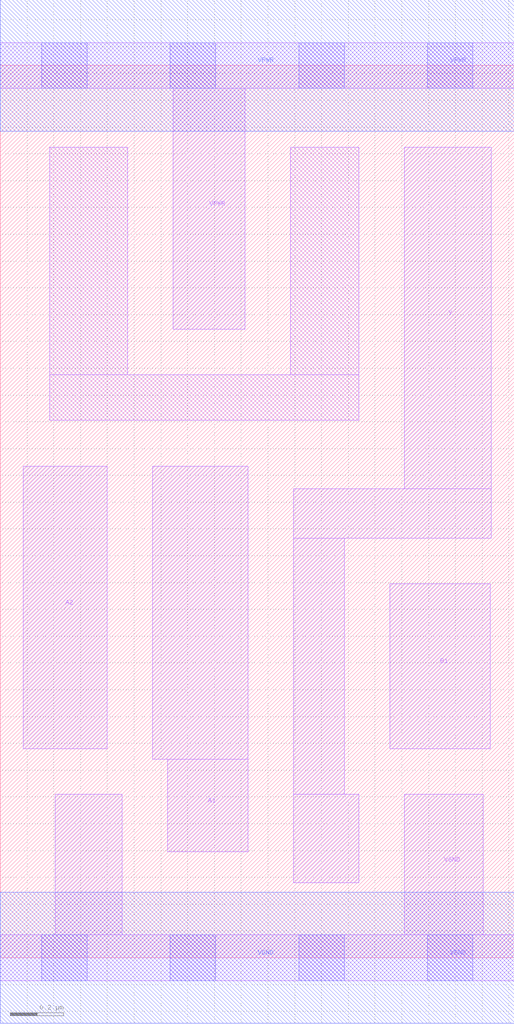
<source format=lef>
# Copyright 2020 The SkyWater PDK Authors
#
# Licensed under the Apache License, Version 2.0 (the "License");
# you may not use this file except in compliance with the License.
# You may obtain a copy of the License at
#
#     https://www.apache.org/licenses/LICENSE-2.0
#
# Unless required by applicable law or agreed to in writing, software
# distributed under the License is distributed on an "AS IS" BASIS,
# WITHOUT WARRANTIES OR CONDITIONS OF ANY KIND, either express or implied.
# See the License for the specific language governing permissions and
# limitations under the License.
#
# SPDX-License-Identifier: Apache-2.0

VERSION 5.7 ;
  NAMESCASESENSITIVE ON ;
  NOWIREEXTENSIONATPIN ON ;
  DIVIDERCHAR "/" ;
  BUSBITCHARS "[]" ;
UNITS
  DATABASE MICRONS 200 ;
END UNITS
MACRO sky130_fd_sc_lp__a21oi_0
  CLASS CORE ;
  SOURCE USER ;
  FOREIGN sky130_fd_sc_lp__a21oi_0 ;
  ORIGIN  0.000000  0.000000 ;
  SIZE  1.920000 BY  3.330000 ;
  SYMMETRY X Y R90 ;
  SITE unit ;
  PIN A1
    ANTENNAGATEAREA  0.159000 ;
    DIRECTION INPUT ;
    USE SIGNAL ;
    PORT
      LAYER li1 ;
        RECT 0.570000 0.740000 0.925000 1.835000 ;
        RECT 0.625000 0.395000 0.925000 0.740000 ;
    END
  END A1
  PIN A2
    ANTENNAGATEAREA  0.159000 ;
    DIRECTION INPUT ;
    USE SIGNAL ;
    PORT
      LAYER li1 ;
        RECT 0.085000 0.780000 0.400000 1.835000 ;
    END
  END A2
  PIN B1
    ANTENNAGATEAREA  0.159000 ;
    DIRECTION INPUT ;
    USE SIGNAL ;
    PORT
      LAYER li1 ;
        RECT 1.455000 0.780000 1.830000 1.395000 ;
    END
  END B1
  PIN Y
    ANTENNADIFFAREA  0.287200 ;
    DIRECTION OUTPUT ;
    USE SIGNAL ;
    PORT
      LAYER li1 ;
        RECT 1.095000 0.280000 1.340000 0.610000 ;
        RECT 1.095000 0.610000 1.285000 1.565000 ;
        RECT 1.095000 1.565000 1.835000 1.750000 ;
        RECT 1.510000 1.750000 1.835000 3.025000 ;
    END
  END Y
  PIN VGND
    DIRECTION INOUT ;
    USE GROUND ;
    PORT
      LAYER li1 ;
        RECT 0.000000 -0.085000 1.920000 0.085000 ;
        RECT 0.205000  0.085000 0.455000 0.610000 ;
        RECT 1.510000  0.085000 1.805000 0.610000 ;
      LAYER mcon ;
        RECT 0.155000 -0.085000 0.325000 0.085000 ;
        RECT 0.635000 -0.085000 0.805000 0.085000 ;
        RECT 1.115000 -0.085000 1.285000 0.085000 ;
        RECT 1.595000 -0.085000 1.765000 0.085000 ;
      LAYER met1 ;
        RECT 0.000000 -0.245000 1.920000 0.245000 ;
    END
  END VGND
  PIN VPWR
    DIRECTION INOUT ;
    USE POWER ;
    PORT
      LAYER li1 ;
        RECT 0.000000 3.245000 1.920000 3.415000 ;
        RECT 0.645000 2.345000 0.915000 3.245000 ;
      LAYER mcon ;
        RECT 0.155000 3.245000 0.325000 3.415000 ;
        RECT 0.635000 3.245000 0.805000 3.415000 ;
        RECT 1.115000 3.245000 1.285000 3.415000 ;
        RECT 1.595000 3.245000 1.765000 3.415000 ;
      LAYER met1 ;
        RECT 0.000000 3.085000 1.920000 3.575000 ;
    END
  END VPWR
  OBS
    LAYER li1 ;
      RECT 0.185000 2.005000 1.340000 2.175000 ;
      RECT 0.185000 2.175000 0.475000 3.025000 ;
      RECT 1.085000 2.175000 1.340000 3.025000 ;
  END
END sky130_fd_sc_lp__a21oi_0

</source>
